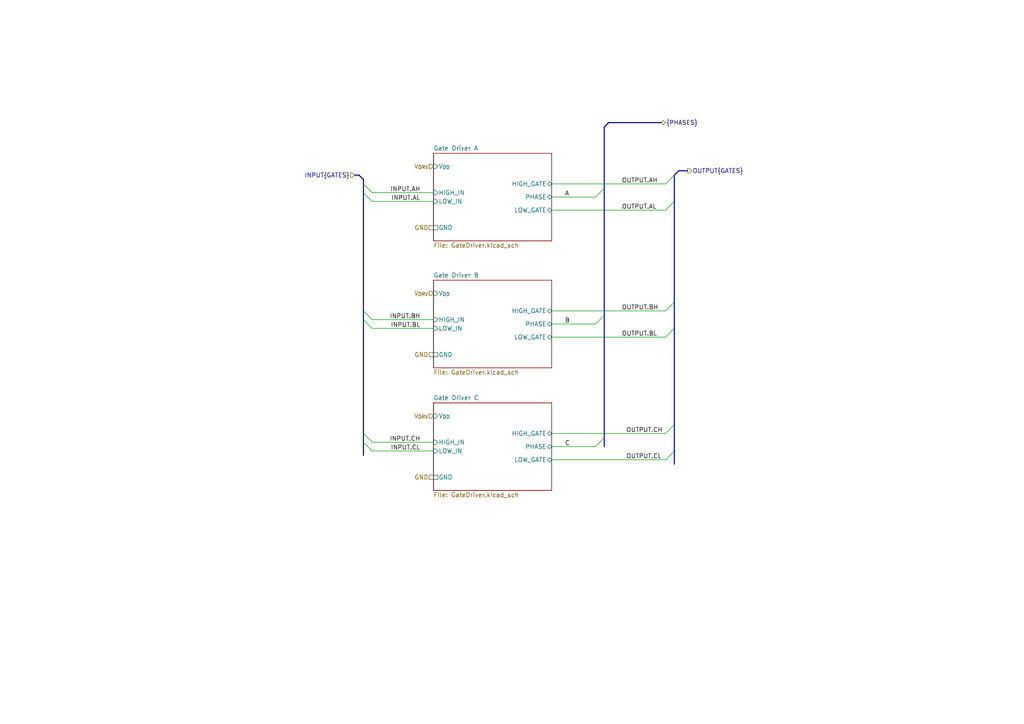
<source format=kicad_sch>
(kicad_sch
	(version 20231120)
	(generator "eeschema")
	(generator_version "8.0")
	(uuid "cbd810bf-9974-4643-b195-708722974672")
	(paper "A4")
	(title_block
		(title "Gate Drivers")
		(date "2024-05-19")
		(rev "1")
		(company "Crab Labs")
		(comment 1 "Author: Orion Serup")
	)
	(lib_symbols)
	(bus_entry
		(at 105.41 55.88)
		(size 2.54 2.54)
		(stroke
			(width 0)
			(type default)
		)
		(uuid "147fb327-d8ae-4018-8855-eb320d65af2f")
	)
	(bus_entry
		(at 105.41 53.34)
		(size 2.54 2.54)
		(stroke
			(width 0)
			(type default)
		)
		(uuid "21fd05d4-dacf-4381-a748-ea5828db04fc")
	)
	(bus_entry
		(at 195.58 87.63)
		(size -2.54 2.54)
		(stroke
			(width 0)
			(type default)
		)
		(uuid "27816f91-1bc3-416f-8caa-7073d78a3455")
	)
	(bus_entry
		(at 105.41 92.71)
		(size 2.54 2.54)
		(stroke
			(width 0)
			(type default)
		)
		(uuid "3acd46d1-0ebb-401b-a784-4ec1953ae3c9")
	)
	(bus_entry
		(at 175.26 54.61)
		(size -2.54 2.54)
		(stroke
			(width 0)
			(type default)
		)
		(uuid "46fc361a-3c6a-4640-9d79-d33ec91818b0")
	)
	(bus_entry
		(at 195.58 95.25)
		(size -2.54 2.54)
		(stroke
			(width 0)
			(type default)
		)
		(uuid "71e9468e-d0a2-4ec3-99c6-adaca5fbc8a9")
	)
	(bus_entry
		(at 195.58 58.42)
		(size -2.54 2.54)
		(stroke
			(width 0)
			(type default)
		)
		(uuid "9457ff6f-4953-4f0d-a4dd-28d426ab0a5a")
	)
	(bus_entry
		(at 195.58 50.8)
		(size -2.54 2.54)
		(stroke
			(width 0)
			(type default)
		)
		(uuid "a5a23dad-6472-447d-b4ae-e7055c1acb56")
	)
	(bus_entry
		(at 105.41 128.27)
		(size 2.54 2.54)
		(stroke
			(width 0)
			(type default)
		)
		(uuid "a9bfc9ed-5140-4092-b278-5f841d02da66")
	)
	(bus_entry
		(at 175.26 91.44)
		(size -2.54 2.54)
		(stroke
			(width 0)
			(type default)
		)
		(uuid "b1e49ba0-caec-46e4-b59f-9ccd2382fb15")
	)
	(bus_entry
		(at 175.26 127)
		(size -2.54 2.54)
		(stroke
			(width 0)
			(type default)
		)
		(uuid "ba7e3b9d-d5bb-4829-8da8-b37dbe3a298c")
	)
	(bus_entry
		(at 195.58 130.81)
		(size -2.54 2.54)
		(stroke
			(width 0)
			(type default)
		)
		(uuid "c5b30277-165e-4149-8275-2eac14ef6fd4")
	)
	(bus_entry
		(at 105.41 90.17)
		(size 2.54 2.54)
		(stroke
			(width 0)
			(type default)
		)
		(uuid "d0f8bdf3-c5a3-446c-949e-f5cc362e8c87")
	)
	(bus_entry
		(at 195.58 123.19)
		(size -2.54 2.54)
		(stroke
			(width 0)
			(type default)
		)
		(uuid "f397e002-42ac-4d4f-aee3-398acba3c294")
	)
	(bus_entry
		(at 105.41 125.73)
		(size 2.54 2.54)
		(stroke
			(width 0)
			(type default)
		)
		(uuid "f692e9af-73ae-442b-92b0-725f15dbd898")
	)
	(wire
		(pts
			(xy 107.95 130.81) (xy 125.73 130.81)
		)
		(stroke
			(width 0)
			(type default)
		)
		(uuid "08b601ae-644a-4b87-895b-896194bde0e7")
	)
	(bus
		(pts
			(xy 195.58 58.42) (xy 195.58 87.63)
		)
		(stroke
			(width 0)
			(type default)
		)
		(uuid "104d5918-9c35-4154-bd36-3c695b1142b3")
	)
	(wire
		(pts
			(xy 107.95 55.88) (xy 125.73 55.88)
		)
		(stroke
			(width 0)
			(type default)
		)
		(uuid "15856da7-b2fc-4b7a-95ff-37aad4fe0899")
	)
	(bus
		(pts
			(xy 105.41 128.27) (xy 105.41 132.08)
		)
		(stroke
			(width 0)
			(type default)
		)
		(uuid "1b968f36-332c-40b4-9331-c21fe7bf5d31")
	)
	(bus
		(pts
			(xy 105.41 125.73) (xy 105.41 128.27)
		)
		(stroke
			(width 0)
			(type default)
		)
		(uuid "1ff38bf2-dabe-4120-af3e-cedb025053d0")
	)
	(bus
		(pts
			(xy 105.41 92.71) (xy 105.41 125.73)
		)
		(stroke
			(width 0)
			(type default)
		)
		(uuid "219939d7-391c-422c-b662-7b3941e4b01c")
	)
	(bus
		(pts
			(xy 105.41 52.07) (xy 105.41 53.34)
		)
		(stroke
			(width 0)
			(type default)
		)
		(uuid "25298e45-4cb2-4914-894f-1d1139cf722f")
	)
	(bus
		(pts
			(xy 105.41 53.34) (xy 105.41 55.88)
		)
		(stroke
			(width 0)
			(type default)
		)
		(uuid "2702e956-8ad5-4051-b05a-a1b9ab32ec95")
	)
	(wire
		(pts
			(xy 107.95 95.25) (xy 125.73 95.25)
		)
		(stroke
			(width 0)
			(type default)
		)
		(uuid "2c9c82bf-1df8-4cfd-b25b-36e0c5f30a5d")
	)
	(wire
		(pts
			(xy 160.02 90.17) (xy 193.04 90.17)
		)
		(stroke
			(width 0)
			(type default)
		)
		(uuid "2d92e092-8698-4b03-9708-44c2c13096f9")
	)
	(wire
		(pts
			(xy 107.95 92.71) (xy 125.73 92.71)
		)
		(stroke
			(width 0)
			(type default)
		)
		(uuid "32565dfa-ce10-4d7f-863b-f4790ff5f0d1")
	)
	(bus
		(pts
			(xy 175.26 54.61) (xy 175.26 91.44)
		)
		(stroke
			(width 0)
			(type default)
		)
		(uuid "34b517af-782e-4d27-b47f-5f89754cf767")
	)
	(bus
		(pts
			(xy 195.58 130.81) (xy 195.58 134.62)
		)
		(stroke
			(width 0)
			(type default)
		)
		(uuid "41f4b409-c567-45c3-bf5b-3fa2f4de92b3")
	)
	(wire
		(pts
			(xy 160.02 60.96) (xy 193.04 60.96)
		)
		(stroke
			(width 0)
			(type default)
		)
		(uuid "4bc0a8a3-46b8-492a-8308-1d4560ae82e9")
	)
	(bus
		(pts
			(xy 195.58 123.19) (xy 195.58 130.81)
		)
		(stroke
			(width 0)
			(type default)
		)
		(uuid "62fa7b1c-5787-4885-a4d0-ffd54f9bbf42")
	)
	(wire
		(pts
			(xy 160.02 57.15) (xy 172.72 57.15)
		)
		(stroke
			(width 0)
			(type default)
		)
		(uuid "689e1711-80fd-4727-9f89-12d3787e7efa")
	)
	(wire
		(pts
			(xy 160.02 97.79) (xy 193.04 97.79)
		)
		(stroke
			(width 0)
			(type default)
		)
		(uuid "6b6b1c79-ae4c-4c24-9348-250721f66233")
	)
	(bus
		(pts
			(xy 175.26 36.83) (xy 175.26 54.61)
		)
		(stroke
			(width 0)
			(type default)
		)
		(uuid "6d63872a-be4c-4486-b7d4-058cf7e53c47")
	)
	(bus
		(pts
			(xy 195.58 95.25) (xy 195.58 123.19)
		)
		(stroke
			(width 0)
			(type default)
		)
		(uuid "75ffb38c-8523-483b-bea7-2c130bc801c2")
	)
	(wire
		(pts
			(xy 160.02 125.73) (xy 193.04 125.73)
		)
		(stroke
			(width 0)
			(type default)
		)
		(uuid "7c5001ff-6436-47c2-8f72-53cce17ba08e")
	)
	(bus
		(pts
			(xy 176.53 35.56) (xy 175.26 36.83)
		)
		(stroke
			(width 0)
			(type default)
		)
		(uuid "7c973976-abd0-4f3c-a9f4-acd1e928216f")
	)
	(bus
		(pts
			(xy 195.58 87.63) (xy 195.58 95.25)
		)
		(stroke
			(width 0)
			(type default)
		)
		(uuid "8803a15b-5045-42ac-879c-0f81b3d105ed")
	)
	(wire
		(pts
			(xy 160.02 133.35) (xy 193.04 133.35)
		)
		(stroke
			(width 0)
			(type default)
		)
		(uuid "9d83ebb1-daa7-4f39-8c8e-abbf3fb89d3a")
	)
	(bus
		(pts
			(xy 104.14 50.8) (xy 105.41 52.07)
		)
		(stroke
			(width 0)
			(type default)
		)
		(uuid "9faf06c0-35e9-4767-923d-fbb884eba1ae")
	)
	(wire
		(pts
			(xy 160.02 93.98) (xy 172.72 93.98)
		)
		(stroke
			(width 0)
			(type default)
		)
		(uuid "ac7217f1-b21d-4f1e-8fd7-de9be93cbf5d")
	)
	(bus
		(pts
			(xy 196.85 49.53) (xy 195.58 50.8)
		)
		(stroke
			(width 0)
			(type default)
		)
		(uuid "afbeea44-e6db-435f-b653-351ec24c6963")
	)
	(bus
		(pts
			(xy 196.85 49.53) (xy 199.39 49.53)
		)
		(stroke
			(width 0)
			(type default)
		)
		(uuid "b81efa5b-727f-4a32-aa3e-676177abdd2a")
	)
	(wire
		(pts
			(xy 107.95 58.42) (xy 125.73 58.42)
		)
		(stroke
			(width 0)
			(type default)
		)
		(uuid "c2678c63-6a2b-4767-86b2-b8a712ffc75b")
	)
	(wire
		(pts
			(xy 160.02 53.34) (xy 193.04 53.34)
		)
		(stroke
			(width 0)
			(type default)
		)
		(uuid "cf6c8d79-6ed4-4b73-8f73-cb898f9403e2")
	)
	(wire
		(pts
			(xy 160.02 129.54) (xy 172.72 129.54)
		)
		(stroke
			(width 0)
			(type default)
		)
		(uuid "d1960ba1-593a-403e-b6cf-dc710869444f")
	)
	(bus
		(pts
			(xy 195.58 50.8) (xy 195.58 58.42)
		)
		(stroke
			(width 0)
			(type default)
		)
		(uuid "d35edebd-b9bc-454f-96ce-1dae72adaf33")
	)
	(wire
		(pts
			(xy 107.95 128.27) (xy 125.73 128.27)
		)
		(stroke
			(width 0)
			(type default)
		)
		(uuid "e3536c93-115d-470d-9f1b-21d213c517ab")
	)
	(bus
		(pts
			(xy 105.41 55.88) (xy 105.41 90.17)
		)
		(stroke
			(width 0)
			(type default)
		)
		(uuid "e6f049c4-6f79-4080-a589-e7676090d23f")
	)
	(bus
		(pts
			(xy 175.26 127) (xy 175.26 129.54)
		)
		(stroke
			(width 0)
			(type default)
		)
		(uuid "e8ffe950-e41f-4a90-a9da-b413ca87be08")
	)
	(bus
		(pts
			(xy 175.26 91.44) (xy 175.26 127)
		)
		(stroke
			(width 0)
			(type default)
		)
		(uuid "f2ae1e0d-bcbe-47a1-8998-c141a6de6dc8")
	)
	(bus
		(pts
			(xy 105.41 90.17) (xy 105.41 92.71)
		)
		(stroke
			(width 0)
			(type default)
		)
		(uuid "f3c329aa-e899-47d7-8a31-7b0654c2a850")
	)
	(bus
		(pts
			(xy 191.77 35.56) (xy 176.53 35.56)
		)
		(stroke
			(width 0)
			(type default)
		)
		(uuid "f9fd99c5-78d8-42b1-a49a-fd9eb11912b5")
	)
	(bus
		(pts
			(xy 102.87 50.8) (xy 104.14 50.8)
		)
		(stroke
			(width 0)
			(type default)
		)
		(uuid "fb2d5b44-29d3-4fad-86d4-87d15eb643ce")
	)
	(label "INPUT.AL"
		(at 121.92 58.42 180)
		(fields_autoplaced yes)
		(effects
			(font
				(size 1.27 1.27)
			)
			(justify right bottom)
		)
		(uuid "1ba4d8e7-3792-4f3f-a9a2-4a28b842d07f")
	)
	(label "INPUT.BL"
		(at 121.92 95.25 180)
		(fields_autoplaced yes)
		(effects
			(font
				(size 1.27 1.27)
			)
			(justify right bottom)
		)
		(uuid "2b2c31ec-2333-4608-b140-6efc7c1c4922")
	)
	(label "OUTPUT.CL"
		(at 181.61 133.35 0)
		(fields_autoplaced yes)
		(effects
			(font
				(size 1.27 1.27)
			)
			(justify left bottom)
		)
		(uuid "5726d070-f6b8-488f-a312-dab9739b9989")
	)
	(label "OUTPUT.BL"
		(at 180.34 97.79 0)
		(fields_autoplaced yes)
		(effects
			(font
				(size 1.27 1.27)
			)
			(justify left bottom)
		)
		(uuid "57d388a2-1e0e-4bbf-a7aa-65abff0b4389")
	)
	(label "OUTPUT.BH"
		(at 180.34 90.17 0)
		(fields_autoplaced yes)
		(effects
			(font
				(size 1.27 1.27)
			)
			(justify left bottom)
		)
		(uuid "5f601d3b-cc60-4b70-b9fa-50afbb0841c9")
	)
	(label "INPUT.CL"
		(at 121.92 130.81 180)
		(fields_autoplaced yes)
		(effects
			(font
				(size 1.27 1.27)
			)
			(justify right bottom)
		)
		(uuid "65258c57-58ac-4161-9b30-13052f9789e6")
	)
	(label "OUTPUT.CH"
		(at 181.61 125.73 0)
		(fields_autoplaced yes)
		(effects
			(font
				(size 1.27 1.27)
			)
			(justify left bottom)
		)
		(uuid "926b78b4-8371-4134-bb17-1dee11bc0263")
	)
	(label "OUTPUT.AH"
		(at 180.34 53.34 0)
		(fields_autoplaced yes)
		(effects
			(font
				(size 1.27 1.27)
			)
			(justify left bottom)
		)
		(uuid "93dcd71d-4123-4a4d-919a-2cd82ef381ea")
	)
	(label "INPUT.CH"
		(at 121.92 128.27 180)
		(fields_autoplaced yes)
		(effects
			(font
				(size 1.27 1.27)
			)
			(justify right bottom)
		)
		(uuid "96ca4f30-b97c-4db4-81e6-efd59b66e655")
	)
	(label "A"
		(at 163.83 57.15 0)
		(fields_autoplaced yes)
		(effects
			(font
				(size 1.27 1.27)
			)
			(justify left bottom)
		)
		(uuid "a94eb1e6-1883-483b-9bd9-639919841d68")
	)
	(label "B"
		(at 163.83 93.98 0)
		(fields_autoplaced yes)
		(effects
			(font
				(size 1.27 1.27)
			)
			(justify left bottom)
		)
		(uuid "b8c9459a-db9d-40c8-a67e-f4e35a3f47b9")
	)
	(label "INPUT.AH"
		(at 121.92 55.88 180)
		(fields_autoplaced yes)
		(effects
			(font
				(size 1.27 1.27)
			)
			(justify right bottom)
		)
		(uuid "ced257ca-caf3-4ea6-9104-99ab31c56880")
	)
	(label "OUTPUT.AL"
		(at 180.34 60.96 0)
		(fields_autoplaced yes)
		(effects
			(font
				(size 1.27 1.27)
			)
			(justify left bottom)
		)
		(uuid "cfee888f-640d-42f8-94e3-93fb5e62752a")
	)
	(label "C"
		(at 163.83 129.54 0)
		(fields_autoplaced yes)
		(effects
			(font
				(size 1.27 1.27)
			)
			(justify left bottom)
		)
		(uuid "d446a9ef-0bf2-4e12-9ef4-202d9d4be2ff")
	)
	(label "INPUT.BH"
		(at 121.92 92.71 180)
		(fields_autoplaced yes)
		(effects
			(font
				(size 1.27 1.27)
			)
			(justify right bottom)
		)
		(uuid "f41d329e-95a2-4ddd-a620-1c454cb2e4b9")
	)
	(hierarchical_label "V_{DRV}"
		(shape input)
		(at 125.73 85.09 180)
		(fields_autoplaced yes)
		(effects
			(font
				(size 1.27 1.27)
			)
			(justify right)
		)
		(uuid "2c5509eb-5b59-4b07-8432-18d61245a649")
	)
	(hierarchical_label "V_{DRV}"
		(shape input)
		(at 125.73 120.65 180)
		(fields_autoplaced yes)
		(effects
			(font
				(size 1.27 1.27)
			)
			(justify right)
		)
		(uuid "2ef83d88-a0a4-4f7f-bb7b-fefdbb3ce7a8")
	)
	(hierarchical_label "V_{DRV}"
		(shape input)
		(at 125.73 48.26 180)
		(fields_autoplaced yes)
		(effects
			(font
				(size 1.27 1.27)
			)
			(justify right)
		)
		(uuid "336710e3-a3fb-47b9-b9e0-f9f2ff012270")
	)
	(hierarchical_label "GND"
		(shape passive)
		(at 125.73 102.87 180)
		(fields_autoplaced yes)
		(effects
			(font
				(size 1.27 1.27)
			)
			(justify right)
		)
		(uuid "424816c0-7f96-4d1f-ae22-3fab23654573")
	)
	(hierarchical_label "GND"
		(shape passive)
		(at 125.73 66.04 180)
		(fields_autoplaced yes)
		(effects
			(font
				(size 1.27 1.27)
			)
			(justify right)
		)
		(uuid "8cfcce04-bbde-441f-93f0-f48bdf2ee0b0")
	)
	(hierarchical_label "OUTPUT{GATES}"
		(shape output)
		(at 199.39 49.53 0)
		(fields_autoplaced yes)
		(effects
			(font
				(size 1.27 1.27)
			)
			(justify left)
		)
		(uuid "d09f585b-cf43-4dad-aae0-9e7296c68434")
	)
	(hierarchical_label "GND"
		(shape passive)
		(at 125.73 138.43 180)
		(fields_autoplaced yes)
		(effects
			(font
				(size 1.27 1.27)
			)
			(justify right)
		)
		(uuid "d0d86def-093b-4d16-b802-7cbd922b19af")
	)
	(hierarchical_label "{PHASES}"
		(shape bidirectional)
		(at 191.77 35.56 0)
		(fields_autoplaced yes)
		(effects
			(font
				(size 1.27 1.27)
			)
			(justify left)
		)
		(uuid "d1aba47b-c2e4-40dc-afc5-df70bb4f3505")
	)
	(hierarchical_label "INPUT{GATES}"
		(shape input)
		(at 102.87 50.8 180)
		(fields_autoplaced yes)
		(effects
			(font
				(size 1.27 1.27)
			)
			(justify right)
		)
		(uuid "e5fd688d-7f4d-47f8-b8cf-8889a9f50b97")
	)
	(sheet
		(at 125.73 81.28)
		(size 34.29 25.4)
		(fields_autoplaced yes)
		(stroke
			(width 0.1524)
			(type solid)
		)
		(fill
			(color 0 0 0 0.0000)
		)
		(uuid "c2de4369-e1cf-48b7-9260-54fc6f5ddd69")
		(property "Sheetname" "Gate Driver B"
			(at 125.73 80.5684 0)
			(effects
				(font
					(size 1.27 1.27)
				)
				(justify left bottom)
			)
		)
		(property "Sheetfile" "GateDriver.kicad_sch"
			(at 125.73 107.2646 0)
			(effects
				(font
					(size 1.27 1.27)
				)
				(justify left top)
			)
		)
		(pin "PHASE" bidirectional
			(at 160.02 93.98 0)
			(effects
				(font
					(size 1.27 1.27)
				)
				(justify right)
			)
			(uuid "a3f82df6-45e8-4bad-8daa-4df690d93e99")
		)
		(pin "GND" passive
			(at 125.73 102.87 180)
			(effects
				(font
					(size 1.27 1.27)
				)
				(justify left)
			)
			(uuid "4a0b3d34-cc3d-4653-af85-8b1275309a9a")
		)
		(pin "V_{DD}" input
			(at 125.73 85.09 180)
			(effects
				(font
					(size 1.27 1.27)
				)
				(justify left)
			)
			(uuid "fccd6600-c6ec-46a8-bdbe-7121ed886141")
		)
		(pin "HIGH_GATE" bidirectional
			(at 160.02 90.17 0)
			(effects
				(font
					(size 1.27 1.27)
				)
				(justify right)
			)
			(uuid "dfdc8595-5845-425d-9e49-59cca9f1e42b")
		)
		(pin "HIGH_IN" input
			(at 125.73 92.71 180)
			(effects
				(font
					(size 1.27 1.27)
				)
				(justify left)
			)
			(uuid "30f70bc7-e36b-450e-badd-0942421ae32d")
		)
		(pin "LOW_IN" input
			(at 125.73 95.25 180)
			(effects
				(font
					(size 1.27 1.27)
				)
				(justify left)
			)
			(uuid "d042619a-9a81-4ea0-b0cb-70c7c4e328fd")
		)
		(pin "LOW_GATE" bidirectional
			(at 160.02 97.79 0)
			(effects
				(font
					(size 1.27 1.27)
				)
				(justify right)
			)
			(uuid "ca55ac51-eeda-4f27-a820-1b3246c33692")
		)
		(instances
			(project "OpenMD"
				(path "/28611c8e-7644-4a1a-8c07-dc86cafc8f6c/088add4a-41d7-49b4-99cc-9239cd70693b"
					(page "11")
				)
			)
		)
	)
	(sheet
		(at 125.73 44.45)
		(size 34.29 25.4)
		(fields_autoplaced yes)
		(stroke
			(width 0.1524)
			(type solid)
		)
		(fill
			(color 0 0 0 0.0000)
		)
		(uuid "cbf4e12a-3fd7-44b5-8509-c83b124ff905")
		(property "Sheetname" "Gate Driver A"
			(at 125.73 43.7384 0)
			(effects
				(font
					(size 1.27 1.27)
				)
				(justify left bottom)
			)
		)
		(property "Sheetfile" "GateDriver.kicad_sch"
			(at 125.73 70.4346 0)
			(effects
				(font
					(size 1.27 1.27)
				)
				(justify left top)
			)
		)
		(pin "PHASE" bidirectional
			(at 160.02 57.15 0)
			(effects
				(font
					(size 1.27 1.27)
				)
				(justify right)
			)
			(uuid "c9f67c71-1185-4a7a-ba0e-2b4ef5bc9a6b")
		)
		(pin "GND" passive
			(at 125.73 66.04 180)
			(effects
				(font
					(size 1.27 1.27)
				)
				(justify left)
			)
			(uuid "bc1136ce-d512-4dc0-8aa9-38c515d65d2d")
		)
		(pin "V_{DD}" input
			(at 125.73 48.26 180)
			(effects
				(font
					(size 1.27 1.27)
				)
				(justify left)
			)
			(uuid "41bf3346-edad-43c1-b186-06c5e382792b")
		)
		(pin "HIGH_GATE" bidirectional
			(at 160.02 53.34 0)
			(effects
				(font
					(size 1.27 1.27)
				)
				(justify right)
			)
			(uuid "eaf0101f-2e17-4c93-80c9-1f4f2eeb5a5b")
		)
		(pin "HIGH_IN" input
			(at 125.73 55.88 180)
			(effects
				(font
					(size 1.27 1.27)
				)
				(justify left)
			)
			(uuid "77d5b606-9b28-40c3-b349-0e8bb364a2b0")
		)
		(pin "LOW_IN" input
			(at 125.73 58.42 180)
			(effects
				(font
					(size 1.27 1.27)
				)
				(justify left)
			)
			(uuid "d8287127-955c-4e76-9df7-87a00f1d5960")
		)
		(pin "LOW_GATE" bidirectional
			(at 160.02 60.96 0)
			(effects
				(font
					(size 1.27 1.27)
				)
				(justify right)
			)
			(uuid "308f2408-ae8e-494f-9c87-bbe5b1eee507")
		)
		(instances
			(project "OpenMD"
				(path "/28611c8e-7644-4a1a-8c07-dc86cafc8f6c/088add4a-41d7-49b4-99cc-9239cd70693b"
					(page "10")
				)
			)
		)
	)
	(sheet
		(at 125.73 116.84)
		(size 34.29 25.4)
		(fields_autoplaced yes)
		(stroke
			(width 0.1524)
			(type solid)
		)
		(fill
			(color 0 0 0 0.0000)
		)
		(uuid "e841f064-3f02-4c16-b30e-9ec0b7ba7273")
		(property "Sheetname" "Gate Driver C"
			(at 125.73 116.1284 0)
			(effects
				(font
					(size 1.27 1.27)
				)
				(justify left bottom)
			)
		)
		(property "Sheetfile" "GateDriver.kicad_sch"
			(at 125.73 142.8246 0)
			(effects
				(font
					(size 1.27 1.27)
				)
				(justify left top)
			)
		)
		(pin "PHASE" bidirectional
			(at 160.02 129.54 0)
			(effects
				(font
					(size 1.27 1.27)
				)
				(justify right)
			)
			(uuid "ac2410cd-7e54-4e87-b0d2-cd8297251e76")
		)
		(pin "GND" passive
			(at 125.73 138.43 180)
			(effects
				(font
					(size 1.27 1.27)
				)
				(justify left)
			)
			(uuid "22a352e7-7c51-468a-8458-7beeada825db")
		)
		(pin "V_{DD}" input
			(at 125.73 120.65 180)
			(effects
				(font
					(size 1.27 1.27)
				)
				(justify left)
			)
			(uuid "55360f1c-ef4d-44ff-a716-f3f34ee3f968")
		)
		(pin "HIGH_GATE" bidirectional
			(at 160.02 125.73 0)
			(effects
				(font
					(size 1.27 1.27)
				)
				(justify right)
			)
			(uuid "9c2de5a9-8e88-4188-9ebd-428a46e0535c")
		)
		(pin "HIGH_IN" input
			(at 125.73 128.27 180)
			(effects
				(font
					(size 1.27 1.27)
				)
				(justify left)
			)
			(uuid "bd3a4265-70e9-43fc-9247-8ee1c215505e")
		)
		(pin "LOW_IN" input
			(at 125.73 130.81 180)
			(effects
				(font
					(size 1.27 1.27)
				)
				(justify left)
			)
			(uuid "6acd66b3-43e3-4f04-8f38-23b968948649")
		)
		(pin "LOW_GATE" bidirectional
			(at 160.02 133.35 0)
			(effects
				(font
					(size 1.27 1.27)
				)
				(justify right)
			)
			(uuid "075ef38a-614e-4875-a056-a2fa5bc06088")
		)
		(instances
			(project "OpenMD"
				(path "/28611c8e-7644-4a1a-8c07-dc86cafc8f6c/088add4a-41d7-49b4-99cc-9239cd70693b"
					(page "12")
				)
			)
		)
	)
)

</source>
